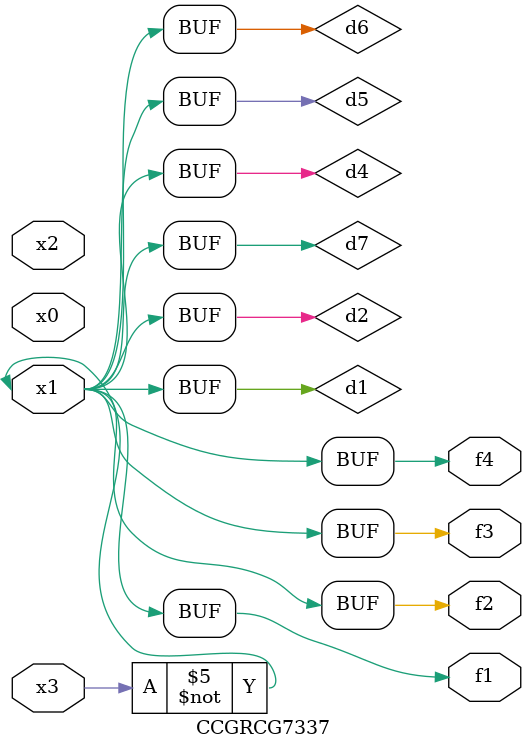
<source format=v>
module CCGRCG7337(
	input x0, x1, x2, x3,
	output f1, f2, f3, f4
);

	wire d1, d2, d3, d4, d5, d6, d7;

	not (d1, x3);
	buf (d2, x1);
	xnor (d3, d1, d2);
	nor (d4, d1);
	buf (d5, d1, d2);
	buf (d6, d4, d5);
	nand (d7, d4);
	assign f1 = d6;
	assign f2 = d7;
	assign f3 = d6;
	assign f4 = d6;
endmodule

</source>
